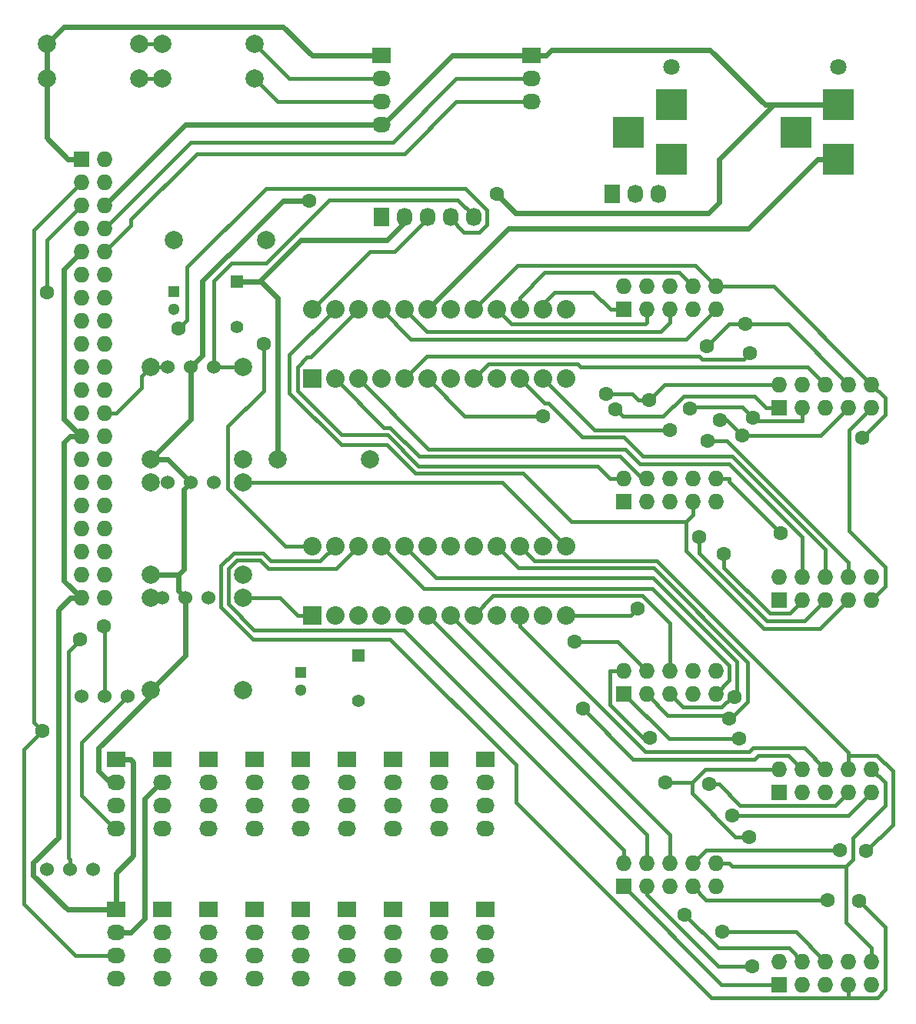
<source format=gbr>
G04 #@! TF.FileFunction,Copper,L2,Bot,Signal*
%FSLAX46Y46*%
G04 Gerber Fmt 4.6, Leading zero omitted, Abs format (unit mm)*
G04 Created by KiCad (PCBNEW 4.0.2-stable) date 13/08/2016 22:29:21*
%MOMM*%
G01*
G04 APERTURE LIST*
%ADD10C,0.100000*%
%ADD11R,1.300000X1.300000*%
%ADD12C,1.300000*%
%ADD13R,1.400000X1.400000*%
%ADD14C,1.400000*%
%ADD15R,3.500120X3.500120*%
%ADD16C,1.800000*%
%ADD17R,2.032000X1.727200*%
%ADD18O,2.032000X1.727200*%
%ADD19R,1.727200X2.032000*%
%ADD20O,1.727200X2.032000*%
%ADD21R,1.727200X1.727200*%
%ADD22O,1.727200X1.727200*%
%ADD23C,1.998980*%
%ADD24R,2.032000X2.032000*%
%ADD25C,2.032000*%
%ADD26C,1.524000*%
%ADD27C,1.600000*%
%ADD28C,0.600000*%
%ADD29C,0.400000*%
G04 APERTURE END LIST*
D10*
D11*
X29210000Y-118650000D03*
D12*
X29210000Y-120650000D03*
D13*
X36195000Y-117555000D03*
D14*
X36195000Y-122555000D03*
D13*
X49530000Y-158750000D03*
D14*
X49530000Y-163750000D03*
D15*
X102423000Y-104148140D03*
X102423000Y-98148660D03*
X97724000Y-101148400D03*
D16*
X102423000Y-93948000D03*
D15*
X84008000Y-104148140D03*
X84008000Y-98148660D03*
X79309000Y-101148400D03*
D16*
X84008000Y-93948000D03*
D17*
X22860000Y-186690000D03*
D18*
X22860000Y-189230000D03*
X22860000Y-191770000D03*
X22860000Y-194310000D03*
D17*
X22860000Y-170180000D03*
D18*
X22860000Y-172720000D03*
X22860000Y-175260000D03*
X22860000Y-177800000D03*
D17*
X27940000Y-186690000D03*
D18*
X27940000Y-189230000D03*
X27940000Y-191770000D03*
X27940000Y-194310000D03*
D17*
X27940000Y-170180000D03*
D18*
X27940000Y-172720000D03*
X27940000Y-175260000D03*
X27940000Y-177800000D03*
D17*
X33020000Y-186690000D03*
D18*
X33020000Y-189230000D03*
X33020000Y-191770000D03*
X33020000Y-194310000D03*
D17*
X33020000Y-170180000D03*
D18*
X33020000Y-172720000D03*
X33020000Y-175260000D03*
X33020000Y-177800000D03*
D17*
X38100000Y-186690000D03*
D18*
X38100000Y-189230000D03*
X38100000Y-191770000D03*
X38100000Y-194310000D03*
D17*
X38100000Y-170180000D03*
D18*
X38100000Y-172720000D03*
X38100000Y-175260000D03*
X38100000Y-177800000D03*
D17*
X43180000Y-186690000D03*
D18*
X43180000Y-189230000D03*
X43180000Y-191770000D03*
X43180000Y-194310000D03*
D17*
X43180000Y-170180000D03*
D18*
X43180000Y-172720000D03*
X43180000Y-175260000D03*
X43180000Y-177800000D03*
D17*
X48260000Y-186690000D03*
D18*
X48260000Y-189230000D03*
X48260000Y-191770000D03*
X48260000Y-194310000D03*
D17*
X48260000Y-170180000D03*
D18*
X48260000Y-172720000D03*
X48260000Y-175260000D03*
X48260000Y-177800000D03*
D17*
X53340000Y-186690000D03*
D18*
X53340000Y-189230000D03*
X53340000Y-191770000D03*
X53340000Y-194310000D03*
D17*
X53340000Y-170180000D03*
D18*
X53340000Y-172720000D03*
X53340000Y-175260000D03*
X53340000Y-177800000D03*
D17*
X58420000Y-186690000D03*
D18*
X58420000Y-189230000D03*
X58420000Y-191770000D03*
X58420000Y-194310000D03*
D17*
X58420000Y-170180000D03*
D18*
X58420000Y-172720000D03*
X58420000Y-175260000D03*
X58420000Y-177800000D03*
D17*
X63500000Y-186690000D03*
D18*
X63500000Y-189230000D03*
X63500000Y-191770000D03*
X63500000Y-194310000D03*
D17*
X63500000Y-170180000D03*
D18*
X63500000Y-172720000D03*
X63500000Y-175260000D03*
X63500000Y-177800000D03*
D19*
X52070000Y-110490000D03*
D20*
X54610000Y-110490000D03*
X57150000Y-110490000D03*
X59690000Y-110490000D03*
X62230000Y-110490000D03*
D21*
X95885000Y-194945000D03*
D22*
X95885000Y-192405000D03*
X98425000Y-194945000D03*
X98425000Y-192405000D03*
X100965000Y-194945000D03*
X100965000Y-192405000D03*
X103505000Y-194945000D03*
X103505000Y-192405000D03*
X106045000Y-194945000D03*
X106045000Y-192405000D03*
D21*
X78740000Y-184150000D03*
D22*
X78740000Y-181610000D03*
X81280000Y-184150000D03*
X81280000Y-181610000D03*
X83820000Y-184150000D03*
X83820000Y-181610000D03*
X86360000Y-184150000D03*
X86360000Y-181610000D03*
X88900000Y-184150000D03*
X88900000Y-181610000D03*
D21*
X95885000Y-173778000D03*
D22*
X95885000Y-171238000D03*
X98425000Y-173778000D03*
X98425000Y-171238000D03*
X100965000Y-173778000D03*
X100965000Y-171238000D03*
X103505000Y-173778000D03*
X103505000Y-171238000D03*
X106045000Y-173778000D03*
X106045000Y-171238000D03*
D21*
X78740000Y-162983000D03*
D22*
X78740000Y-160443000D03*
X81280000Y-162983000D03*
X81280000Y-160443000D03*
X83820000Y-162983000D03*
X83820000Y-160443000D03*
X86360000Y-162983000D03*
X86360000Y-160443000D03*
X88900000Y-162983000D03*
X88900000Y-160443000D03*
D21*
X78740000Y-141817000D03*
D22*
X78740000Y-139277000D03*
X81280000Y-141817000D03*
X81280000Y-139277000D03*
X83820000Y-141817000D03*
X83820000Y-139277000D03*
X86360000Y-141817000D03*
X86360000Y-139277000D03*
X88900000Y-141817000D03*
X88900000Y-139277000D03*
D21*
X78752400Y-120650000D03*
D22*
X78752400Y-118110000D03*
X81292400Y-120650000D03*
X81292400Y-118110000D03*
X83832400Y-120650000D03*
X83832400Y-118110000D03*
X86372400Y-120650000D03*
X86372400Y-118110000D03*
X88912400Y-120650000D03*
X88912400Y-118110000D03*
D21*
X95885000Y-152612000D03*
D22*
X95885000Y-150072000D03*
X98425000Y-152612000D03*
X98425000Y-150072000D03*
X100965000Y-152612000D03*
X100965000Y-150072000D03*
X103505000Y-152612000D03*
X103505000Y-150072000D03*
X106045000Y-152612000D03*
X106045000Y-150072000D03*
D21*
X95885000Y-131445000D03*
D22*
X95885000Y-128905000D03*
X98425000Y-131445000D03*
X98425000Y-128905000D03*
X100965000Y-131445000D03*
X100965000Y-128905000D03*
X103505000Y-131445000D03*
X103505000Y-128905000D03*
X106045000Y-131445000D03*
X106045000Y-128905000D03*
D19*
X77470000Y-107950000D03*
D20*
X80010000Y-107950000D03*
X82550000Y-107950000D03*
D17*
X68580000Y-92710000D03*
D18*
X68580000Y-95250000D03*
X68580000Y-97790000D03*
D17*
X52070000Y-92710000D03*
D18*
X52070000Y-95250000D03*
X52070000Y-97790000D03*
X52070000Y-100330000D03*
D23*
X26670000Y-137160000D03*
X26670000Y-127000000D03*
X36830000Y-137160000D03*
X36830000Y-127000000D03*
X26670000Y-149860000D03*
X26670000Y-139700000D03*
X36830000Y-149860000D03*
X36830000Y-139700000D03*
X26670000Y-162560000D03*
X26670000Y-152400000D03*
X36830000Y-162560000D03*
X36830000Y-152400000D03*
X40640000Y-137160000D03*
X50800000Y-137160000D03*
X29210000Y-113030000D03*
X39370000Y-113030000D03*
X25400000Y-95250000D03*
X15240000Y-95250000D03*
X38100000Y-95250000D03*
X27940000Y-95250000D03*
X25400000Y-91440000D03*
X15240000Y-91440000D03*
X38100000Y-91440000D03*
X27940000Y-91440000D03*
D21*
X19050000Y-104140000D03*
D22*
X21590000Y-104140000D03*
X19050000Y-106680000D03*
X21590000Y-106680000D03*
X19050000Y-109220000D03*
X21590000Y-109220000D03*
X19050000Y-111760000D03*
X21590000Y-111760000D03*
X19050000Y-114300000D03*
X21590000Y-114300000D03*
X19050000Y-116840000D03*
X21590000Y-116840000D03*
X19050000Y-119380000D03*
X21590000Y-119380000D03*
X19050000Y-121920000D03*
X21590000Y-121920000D03*
X19050000Y-124460000D03*
X21590000Y-124460000D03*
X19050000Y-127000000D03*
X21590000Y-127000000D03*
X19050000Y-129540000D03*
X21590000Y-129540000D03*
X19050000Y-132080000D03*
X21590000Y-132080000D03*
X19050000Y-134620000D03*
X21590000Y-134620000D03*
X19050000Y-137160000D03*
X21590000Y-137160000D03*
X19050000Y-139700000D03*
X21590000Y-139700000D03*
X19050000Y-142240000D03*
X21590000Y-142240000D03*
X19050000Y-144780000D03*
X21590000Y-144780000D03*
X19050000Y-147320000D03*
X21590000Y-147320000D03*
X19050000Y-149860000D03*
X21590000Y-149860000D03*
X19050000Y-152400000D03*
X21590000Y-152400000D03*
D24*
X44450000Y-154305000D03*
D25*
X46990000Y-154305000D03*
X49530000Y-154305000D03*
X52070000Y-154305000D03*
X54610000Y-154305000D03*
X57150000Y-154305000D03*
X59690000Y-154305000D03*
X62230000Y-154305000D03*
X64770000Y-154305000D03*
X67310000Y-154305000D03*
X69850000Y-154305000D03*
X72390000Y-154305000D03*
X72390000Y-146685000D03*
X69850000Y-146685000D03*
X67310000Y-146685000D03*
X64770000Y-146685000D03*
X62230000Y-146685000D03*
X59690000Y-146685000D03*
X57150000Y-146685000D03*
X54610000Y-146685000D03*
X52070000Y-146685000D03*
X49530000Y-146685000D03*
X46990000Y-146685000D03*
X44450000Y-146685000D03*
D24*
X44450000Y-128270000D03*
D25*
X46990000Y-128270000D03*
X49530000Y-128270000D03*
X52070000Y-128270000D03*
X54610000Y-128270000D03*
X57150000Y-128270000D03*
X59690000Y-128270000D03*
X62230000Y-128270000D03*
X64770000Y-128270000D03*
X67310000Y-128270000D03*
X69850000Y-128270000D03*
X72390000Y-128270000D03*
X72390000Y-120650000D03*
X69850000Y-120650000D03*
X67310000Y-120650000D03*
X64770000Y-120650000D03*
X62230000Y-120650000D03*
X59690000Y-120650000D03*
X57150000Y-120650000D03*
X54610000Y-120650000D03*
X52070000Y-120650000D03*
X49530000Y-120650000D03*
X46990000Y-120650000D03*
X44450000Y-120650000D03*
D11*
X43180000Y-160560000D03*
D12*
X43180000Y-162560000D03*
D26*
X17780000Y-182245000D03*
X20320000Y-182245000D03*
X15240000Y-182245000D03*
X21590000Y-163195000D03*
X24130000Y-163195000D03*
X19050000Y-163195000D03*
X31115000Y-127000000D03*
X28575000Y-127000000D03*
X33655000Y-127000000D03*
X31115000Y-139700000D03*
X28575000Y-139700000D03*
X33655000Y-139700000D03*
X30480000Y-152400000D03*
X27940000Y-152400000D03*
X33020000Y-152400000D03*
D27*
X64770000Y-107950000D03*
X44155600Y-108717900D03*
X14735020Y-167005000D03*
X15240000Y-118745000D03*
X29782500Y-122743200D03*
X80248400Y-153559500D03*
X91432100Y-167912500D03*
X83312400Y-172722600D03*
X92582400Y-178707800D03*
X81610100Y-167773800D03*
X92888700Y-192962200D03*
X90380100Y-165665200D03*
X85469400Y-187252700D03*
X90970700Y-163274900D03*
X89621700Y-189148200D03*
X88143400Y-172896100D03*
X101183600Y-185626200D03*
X104655300Y-185766300D03*
X105455700Y-180224300D03*
X102577500Y-180128900D03*
X90685300Y-176337500D03*
X74236900Y-164606500D03*
X73383300Y-157231000D03*
X77848543Y-131626543D03*
X76809391Y-129917681D03*
X81531100Y-130659800D03*
X89807900Y-147594200D03*
X86039900Y-131595100D03*
X92991500Y-132595700D03*
X87059300Y-145676700D03*
X83820000Y-133930700D03*
X91832400Y-134544600D03*
X89307000Y-132818200D03*
X92108000Y-122278000D03*
X88005900Y-135077700D03*
X87941300Y-124730200D03*
X104969000Y-134780500D03*
X96075800Y-145303800D03*
X69850000Y-132368900D03*
X92673800Y-125444100D03*
X18905784Y-156989227D03*
X21552543Y-155537529D03*
X39115000Y-124473400D03*
D28*
X40640000Y-137160000D02*
X40640000Y-119380000D01*
X40640000Y-119380000D02*
X38815000Y-117555000D01*
X38815000Y-117555000D02*
X37495000Y-117555000D01*
X38655000Y-117555000D02*
X37495000Y-117555000D01*
X43180000Y-113030000D02*
X38655000Y-117555000D01*
X52669600Y-113030000D02*
X43180000Y-113030000D01*
X54610000Y-111090000D02*
X52669600Y-113030000D01*
X54610000Y-110490000D02*
X54610000Y-111090000D01*
X37495000Y-117555000D02*
X36195000Y-117555000D01*
X102423000Y-104148000D02*
X102422900Y-104148000D01*
X66040000Y-111760000D02*
X57150000Y-120650000D01*
X92461400Y-111760000D02*
X66040000Y-111760000D01*
X100073000Y-104148000D02*
X92461400Y-111760000D01*
X102422900Y-104148000D02*
X100073000Y-104148000D01*
X102422900Y-104148000D02*
X102423000Y-104148100D01*
X19050000Y-152400000D02*
X17828686Y-152400000D01*
X16510000Y-178811238D02*
X13777999Y-181543239D01*
X17828686Y-152400000D02*
X16510000Y-153718686D01*
X16510000Y-153718686D02*
X16510000Y-178811238D01*
X17521238Y-186690000D02*
X22860000Y-186690000D01*
X13777999Y-181543239D02*
X13777999Y-182946761D01*
X13777999Y-182946761D02*
X17521238Y-186690000D01*
X22860000Y-182686000D02*
X22860000Y-186690000D01*
X88100000Y-110020000D02*
X89259000Y-108861000D01*
X89259000Y-108861000D02*
X89259000Y-104140000D01*
X95250000Y-98149000D02*
X94339000Y-98149000D01*
X94339000Y-98149000D02*
X88265000Y-92075000D01*
X102422700Y-98149000D02*
X95250000Y-98149000D01*
X89259000Y-104140000D02*
X95250000Y-98149000D01*
X88100000Y-110020000D02*
X66840000Y-110020000D01*
X66840000Y-110020000D02*
X64770000Y-107950000D01*
X70831000Y-92075000D02*
X88265000Y-92075000D01*
X68580000Y-92710000D02*
X70196000Y-92710000D01*
X70196000Y-92710000D02*
X70831000Y-92075000D01*
X22860000Y-170180000D02*
X24476000Y-170180000D01*
X24476000Y-170180000D02*
X24765000Y-170469000D01*
X24765000Y-170469000D02*
X24765000Y-180781000D01*
X24765000Y-180781000D02*
X22860000Y-182686000D01*
X19050000Y-134620000D02*
X17145000Y-132715000D01*
X17145000Y-132715000D02*
X17145000Y-116205000D01*
X17145000Y-116205000D02*
X19050000Y-114300000D01*
X19050000Y-134620000D02*
X17828700Y-134620000D01*
X17828700Y-134620000D02*
X17145000Y-135303700D01*
X17145000Y-135303700D02*
X17145000Y-150494600D01*
X17145000Y-150494600D02*
X17486400Y-150836000D01*
X52222400Y-100330000D02*
X52070000Y-100330000D01*
X59842400Y-92710000D02*
X52222400Y-100330000D01*
X68580000Y-92710000D02*
X59842400Y-92710000D01*
X30480000Y-100330000D02*
X21590000Y-109220000D01*
X52070000Y-100330000D02*
X30480000Y-100330000D01*
X63500000Y-170180000D02*
X63347600Y-170180000D01*
X17486400Y-150836000D02*
X19050000Y-152400000D01*
X102423000Y-98149000D02*
X102422700Y-98149000D01*
X102422700Y-98149000D02*
X102423000Y-98148700D01*
X22860000Y-189230000D02*
X24476000Y-189230000D01*
X24476000Y-189230000D02*
X26035000Y-187671000D01*
X26035000Y-187671000D02*
X26035000Y-174472600D01*
X26035000Y-174472600D02*
X27787600Y-172720000D01*
X27787600Y-172720000D02*
X27940000Y-172720000D01*
X26670000Y-162560000D02*
X26670000Y-163195000D01*
X26670000Y-163195000D02*
X20955000Y-168910000D01*
X20955000Y-168910000D02*
X20955000Y-171450000D01*
X20955000Y-171450000D02*
X22225000Y-172720000D01*
X22225000Y-172720000D02*
X22860000Y-172720000D01*
X30480000Y-152400000D02*
X30480000Y-158750000D01*
X30480000Y-158750000D02*
X26670000Y-162560000D01*
X30480000Y-152400000D02*
X30480000Y-153477630D01*
X29716600Y-149860000D02*
X29716600Y-151636600D01*
X29716600Y-151636600D02*
X30480000Y-152400000D01*
X32385000Y-117472193D02*
X32385000Y-125730000D01*
X32385000Y-125730000D02*
X31115000Y-127000000D01*
X31115000Y-127000000D02*
X31115000Y-132715000D01*
X31115000Y-132715000D02*
X26670000Y-137160000D01*
X35187204Y-114669989D02*
X35282811Y-114669989D01*
X32385000Y-117472193D02*
X35187204Y-114669989D01*
X35282811Y-114669989D02*
X41234900Y-108717900D01*
X41234900Y-108717900D02*
X44155600Y-108717900D01*
X31115000Y-139700000D02*
X30353001Y-140461999D01*
X30353001Y-140461999D02*
X30353001Y-149223599D01*
X30353001Y-149223599D02*
X29716600Y-149860000D01*
X31115000Y-139700000D02*
X28575000Y-137160000D01*
X28575000Y-137160000D02*
X26670000Y-137160000D01*
X27940000Y-149860000D02*
X26670000Y-149860000D01*
X29716600Y-149860000D02*
X27940000Y-149860000D01*
X17145000Y-89535000D02*
X15240000Y-91440000D01*
X41275000Y-89535000D02*
X17145000Y-89535000D01*
X44450000Y-92710000D02*
X41275000Y-89535000D01*
X52070000Y-92710000D02*
X44450000Y-92710000D01*
X17586400Y-104140000D02*
X19050000Y-104140000D01*
X15240000Y-101794000D02*
X17586400Y-104140000D01*
X15240000Y-95250000D02*
X15240000Y-101794000D01*
X15240000Y-91440000D02*
X15240000Y-95250000D01*
X63500000Y-172720000D02*
X63652400Y-172720000D01*
X64135000Y-189230000D02*
X63500000Y-189230000D01*
D29*
X13839999Y-166109979D02*
X14735020Y-167005000D01*
X13839999Y-111890001D02*
X13839999Y-166109979D01*
X19050000Y-106680000D02*
X13839999Y-111890001D01*
X12700000Y-169040020D02*
X14735020Y-167005000D01*
X18415000Y-191770000D02*
X12700000Y-186055000D01*
X22860000Y-191770000D02*
X18415000Y-191770000D01*
X12700000Y-186055000D02*
X12700000Y-169040020D01*
X22860000Y-175260000D02*
X22707600Y-175260000D01*
X15240000Y-113030000D02*
X19050000Y-109220000D01*
X15240000Y-118745000D02*
X15240000Y-113030000D01*
X21590000Y-114300000D02*
X24500000Y-111390000D01*
X24500000Y-111390000D02*
X24500000Y-110755000D01*
X24500000Y-110755000D02*
X31750000Y-103505000D01*
X54607200Y-103505000D02*
X60322200Y-97790000D01*
X31750000Y-103505000D02*
X54607200Y-103505000D01*
X60322200Y-97790000D02*
X68580000Y-97790000D01*
X68580000Y-95250000D02*
X60325000Y-95250000D01*
X60325000Y-95250000D02*
X53340000Y-102235000D01*
X53340000Y-102235000D02*
X31115000Y-102235000D01*
X31115000Y-102235000D02*
X21590000Y-111760000D01*
X41910000Y-95250000D02*
X38100000Y-91440000D01*
X52070000Y-95250000D02*
X41910000Y-95250000D01*
X40640000Y-97790000D02*
X52070000Y-97790000D01*
X38100000Y-95250000D02*
X40640000Y-97790000D01*
X27940000Y-95250000D02*
X25400000Y-95250000D01*
X25400000Y-91440000D02*
X27940000Y-91440000D01*
X22860000Y-194310000D02*
X22707600Y-194310000D01*
X24130000Y-163195000D02*
X19050000Y-168275000D01*
X19050000Y-168275000D02*
X19050000Y-174142400D01*
X19050000Y-174142400D02*
X22707600Y-177800000D01*
X22707600Y-177800000D02*
X22860000Y-177800000D01*
X57150000Y-110642000D02*
X57150000Y-110490000D01*
X53492400Y-114300000D02*
X57150000Y-110642000D01*
X50800000Y-114300000D02*
X53492400Y-114300000D01*
X44450000Y-120650000D02*
X50800000Y-114300000D01*
X59690000Y-110490000D02*
X59690000Y-110642400D01*
X59690000Y-110642400D02*
X61193100Y-112145500D01*
X30689500Y-115995500D02*
X30689500Y-121836200D01*
X61193100Y-112145500D02*
X62873400Y-112145500D01*
X62873400Y-112145500D02*
X63723100Y-111295800D01*
X63723100Y-111295800D02*
X63723100Y-109720300D01*
X63723100Y-109720300D02*
X61317600Y-107314800D01*
X61317600Y-107314800D02*
X39370200Y-107314800D01*
X39370200Y-107314800D02*
X30689500Y-115995500D01*
X30689500Y-121836200D02*
X29782500Y-122743200D01*
X65405000Y-139700000D02*
X36830000Y-139700000D01*
X72390000Y-146685000D02*
X65405000Y-139700000D01*
X33655000Y-127000000D02*
X36830000Y-127000000D01*
X62230000Y-110490000D02*
X62230000Y-110338000D01*
X46352200Y-108585000D02*
X39367200Y-115570000D01*
X62230000Y-110338000D02*
X60477000Y-108585000D01*
X60477000Y-108585000D02*
X46352200Y-108585000D01*
X39367200Y-115570000D02*
X35560000Y-115570000D01*
X35560000Y-115570000D02*
X33655000Y-117475000D01*
X33655000Y-117475000D02*
X33655000Y-127000000D01*
X79502900Y-154305000D02*
X80248400Y-153559500D01*
X72390000Y-154305000D02*
X79502900Y-154305000D01*
X78799600Y-162983000D02*
X78740000Y-162983000D01*
X83729100Y-167912500D02*
X78799600Y-162983000D01*
X91432100Y-167912500D02*
X83729100Y-167912500D01*
X89535000Y-194945000D02*
X95885000Y-194945000D01*
X78740000Y-184150000D02*
X89535000Y-194945000D01*
X54515300Y-155921400D02*
X78740000Y-180146100D01*
X38058100Y-155921400D02*
X54515300Y-155921400D01*
X35219200Y-153082500D02*
X38058100Y-155921400D01*
X35219200Y-149197000D02*
X35219200Y-153082500D01*
X36180100Y-148236100D02*
X35219200Y-149197000D01*
X38694300Y-148236100D02*
X36180100Y-148236100D01*
X39616000Y-149157800D02*
X38694300Y-148236100D01*
X47057200Y-149157800D02*
X39616000Y-149157800D01*
X49530000Y-146685000D02*
X47057200Y-149157800D01*
X78740000Y-181610000D02*
X78740000Y-180146100D01*
X95885000Y-171238000D02*
X87760600Y-171238000D01*
X86276000Y-172722600D02*
X83312400Y-172722600D01*
X86276000Y-172722600D02*
X87760600Y-171238000D01*
X77276100Y-164129500D02*
X77276100Y-160443000D01*
X80920400Y-167773800D02*
X77276100Y-164129500D01*
X81610100Y-167773800D02*
X80920400Y-167773800D01*
X78740000Y-160443000D02*
X77276100Y-160443000D01*
X91075400Y-178707800D02*
X92582400Y-178707800D01*
X86276000Y-173908400D02*
X91075400Y-178707800D01*
X86276000Y-172722600D02*
X86276000Y-173908400D01*
X90380100Y-165317100D02*
X90380100Y-165665200D01*
X83614100Y-165317100D02*
X90380100Y-165317100D01*
X81280000Y-162983000D02*
X83614100Y-165317100D01*
X67193800Y-149108800D02*
X64770000Y-146685000D01*
X82034400Y-149108800D02*
X67193800Y-149108800D01*
X92418800Y-159493200D02*
X82034400Y-149108800D01*
X92418800Y-163809300D02*
X92418800Y-159493200D01*
X90911000Y-165317100D02*
X92418800Y-163809300D01*
X90380100Y-165317100D02*
X90911000Y-165317100D01*
X81280000Y-185050300D02*
X81280000Y-184150000D01*
X89191900Y-192962200D02*
X81280000Y-185050300D01*
X92888700Y-192962200D02*
X89191900Y-192962200D01*
X89157800Y-190941100D02*
X85469400Y-187252700D01*
X96961100Y-190941100D02*
X89157800Y-190941100D01*
X98425000Y-192405000D02*
X96961100Y-190941100D01*
X90721000Y-163274900D02*
X90970700Y-163274900D01*
X89546500Y-164449400D02*
X90721000Y-163274900D01*
X85286400Y-164449400D02*
X89546500Y-164449400D01*
X83820000Y-162983000D02*
X85286400Y-164449400D01*
X58116800Y-150191800D02*
X54610000Y-146685000D01*
X81974000Y-150191800D02*
X58116800Y-150191800D01*
X91209600Y-159427400D02*
X81974000Y-150191800D01*
X91209600Y-163036000D02*
X91209600Y-159427400D01*
X90970700Y-163274900D02*
X91209600Y-163036000D01*
X97708200Y-189148200D02*
X89621700Y-189148200D01*
X100965000Y-192405000D02*
X97708200Y-189148200D01*
X103505000Y-194945000D02*
X103505000Y-196408900D01*
X87836200Y-185626200D02*
X101183600Y-185626200D01*
X86360000Y-184150000D02*
X87836200Y-185626200D01*
X88390800Y-196408900D02*
X103505000Y-196408900D01*
X66868400Y-174886500D02*
X88390800Y-196408900D01*
X66868400Y-170770900D02*
X66868400Y-174886500D01*
X53064000Y-156966500D02*
X66868400Y-170770900D01*
X37971300Y-156966500D02*
X53064000Y-156966500D01*
X34418800Y-153414000D02*
X37971300Y-156966500D01*
X34418800Y-148865500D02*
X34418800Y-153414000D01*
X35848600Y-147435700D02*
X34418800Y-148865500D01*
X39025800Y-147435700D02*
X35848600Y-147435700D01*
X39936200Y-148346100D02*
X39025800Y-147435700D01*
X45328900Y-148346100D02*
X39936200Y-148346100D01*
X46990000Y-146685000D02*
X45328900Y-148346100D01*
X107556400Y-188667400D02*
X104655300Y-185766300D01*
X107556400Y-195518000D02*
X107556400Y-188667400D01*
X106665500Y-196408900D02*
X107556400Y-195518000D01*
X103505000Y-196408900D02*
X106665500Y-196408900D01*
X89224200Y-172896100D02*
X88143400Y-172896100D01*
X91570100Y-175242000D02*
X89224200Y-172896100D01*
X102041000Y-175242000D02*
X91570100Y-175242000D01*
X103505000Y-173778000D02*
X102041000Y-175242000D01*
X103505000Y-171238000D02*
X103505000Y-169733600D01*
X106649200Y-169733600D02*
X103505000Y-169733600D01*
X108355200Y-171439600D02*
X106649200Y-169733600D01*
X108355200Y-177324800D02*
X108355200Y-171439600D01*
X105455700Y-180224300D02*
X108355200Y-177324800D01*
X68926300Y-148301300D02*
X67310000Y-146685000D01*
X82393200Y-148301300D02*
X68926300Y-148301300D01*
X103505000Y-169413100D02*
X82393200Y-148301300D01*
X103505000Y-169733600D02*
X103505000Y-169413100D01*
X87841100Y-180128900D02*
X102577500Y-180128900D01*
X86360000Y-181610000D02*
X87841100Y-180128900D01*
X90400600Y-161482400D02*
X88900000Y-162983000D01*
X90400600Y-159817400D02*
X90400600Y-161482400D01*
X81932900Y-151349700D02*
X90400600Y-159817400D01*
X56734700Y-151349700D02*
X81932900Y-151349700D01*
X52070000Y-146685000D02*
X56734700Y-151349700D01*
X103485500Y-176337500D02*
X90685300Y-176337500D01*
X106045000Y-173778000D02*
X103485500Y-176337500D01*
X106045000Y-192405000D02*
X106045000Y-190941100D01*
X103231200Y-188127300D02*
X106045000Y-190941100D01*
X103231200Y-181906200D02*
X103231200Y-188127300D01*
X90660100Y-181906200D02*
X103231200Y-181906200D01*
X90363900Y-181610000D02*
X90660100Y-181906200D01*
X107554900Y-172747900D02*
X106045000Y-171238000D01*
X107554900Y-175225400D02*
X107554900Y-172747900D01*
X103977800Y-178802500D02*
X107554900Y-175225400D01*
X103977800Y-181159600D02*
X103977800Y-178802500D01*
X103231200Y-181906200D02*
X103977800Y-181159600D01*
X88900000Y-181610000D02*
X90363900Y-181610000D01*
X81280000Y-181610000D02*
X81280000Y-178435000D01*
X81280000Y-178435000D02*
X57150000Y-154305000D01*
X83820000Y-181610000D02*
X83820000Y-178435000D01*
X83820000Y-178435000D02*
X59690000Y-154305000D01*
X96922600Y-169735600D02*
X98425000Y-171238000D01*
X93564100Y-169735600D02*
X96922600Y-169735600D01*
X93170200Y-170129500D02*
X93564100Y-169735600D01*
X79759900Y-170129500D02*
X93170200Y-170129500D01*
X74236900Y-164606500D02*
X79759900Y-170129500D01*
X98656600Y-168929600D02*
X100965000Y-171238000D01*
X92983100Y-168929600D02*
X98656600Y-168929600D01*
X92599800Y-169312900D02*
X92983100Y-168929600D01*
X81092700Y-169312900D02*
X92599800Y-169312900D01*
X67310000Y-155530200D02*
X81092700Y-169312900D01*
X67310000Y-154305000D02*
X67310000Y-155530200D01*
X78068000Y-157231000D02*
X81280000Y-160443000D01*
X73383300Y-157231000D02*
X78068000Y-157231000D01*
X83820000Y-160443000D02*
X83820000Y-155150800D01*
X64375900Y-152159100D02*
X62230000Y-154305000D01*
X80828300Y-152159100D02*
X64375900Y-152159100D01*
X83820000Y-155150800D02*
X80828300Y-152159100D01*
X78752400Y-120650000D02*
X77288500Y-120650000D01*
X77288500Y-120650000D02*
X75383500Y-118745000D01*
X75383500Y-118745000D02*
X71120000Y-118745000D01*
X71120000Y-118745000D02*
X69850000Y-120015000D01*
X69850000Y-120015000D02*
X69850000Y-120650000D01*
X93170900Y-130194800D02*
X85344900Y-130194800D01*
X85344900Y-130194800D02*
X83113158Y-132426542D01*
X94421100Y-131445000D02*
X93170900Y-130194800D01*
X95885000Y-131445000D02*
X94421100Y-131445000D01*
X78648542Y-132426542D02*
X77848543Y-131626543D01*
X83113158Y-132426542D02*
X78648542Y-132426542D01*
X79657611Y-129917681D02*
X76809391Y-129917681D01*
X81531100Y-130659800D02*
X80399730Y-130659800D01*
X80399730Y-130659800D02*
X79657611Y-129917681D01*
X95885000Y-128905000D02*
X83285900Y-128905000D01*
X83285900Y-128905000D02*
X81531100Y-130659800D01*
X78740000Y-139277000D02*
X77276100Y-139277000D01*
X44267000Y-125913000D02*
X49530000Y-120650000D01*
X43908500Y-125913000D02*
X44267000Y-125913000D01*
X42833600Y-126987900D02*
X43908500Y-125913000D01*
X42833600Y-129587700D02*
X42833600Y-126987900D01*
X47699900Y-134454000D02*
X42833600Y-129587700D01*
X52731400Y-134454000D02*
X47699900Y-134454000D01*
X56147600Y-137870200D02*
X52731400Y-134454000D01*
X75869300Y-137870200D02*
X56147600Y-137870200D01*
X77276100Y-139277000D02*
X75869300Y-137870200D01*
X81292400Y-120650000D02*
X81292400Y-122113900D01*
X98425000Y-131445000D02*
X98425000Y-132908900D01*
X93304700Y-132908900D02*
X98425000Y-132908900D01*
X92991500Y-132595700D02*
X93304700Y-132908900D01*
X86265500Y-131369500D02*
X86039900Y-131595100D01*
X91765300Y-131369500D02*
X86265500Y-131369500D01*
X92991500Y-132595700D02*
X91765300Y-131369500D01*
X66394700Y-122274700D02*
X64770000Y-120650000D01*
X81131600Y-122274700D02*
X66394700Y-122274700D01*
X81292400Y-122113900D02*
X81131600Y-122274700D01*
X89807900Y-149113600D02*
X89807900Y-147594200D01*
X94809500Y-154115200D02*
X89807900Y-149113600D01*
X97051400Y-154115200D02*
X94809500Y-154115200D01*
X98425000Y-152741600D02*
X97051400Y-154115200D01*
X98425000Y-152612000D02*
X98425000Y-152741600D01*
X52373600Y-133653600D02*
X46990000Y-128270000D01*
X53062700Y-133653600D02*
X52373600Y-133653600D01*
X56233000Y-136823900D02*
X53062700Y-133653600D01*
X78357300Y-136823900D02*
X56233000Y-136823900D01*
X80810400Y-139277000D02*
X78357300Y-136823900D01*
X81280000Y-139277000D02*
X80810400Y-139277000D01*
X83832400Y-120650000D02*
X83832400Y-122113900D01*
X57058300Y-123098300D02*
X54610000Y-120650000D01*
X82848000Y-123098300D02*
X57058300Y-123098300D01*
X83832400Y-122113900D02*
X82848000Y-123098300D01*
X87059400Y-145676700D02*
X87059300Y-145676700D01*
X87059400Y-147496800D02*
X87059400Y-145676700D01*
X94478100Y-154915500D02*
X87059400Y-147496800D01*
X98661500Y-154915500D02*
X94478100Y-154915500D01*
X100965000Y-152612000D02*
X98661500Y-154915500D01*
X75510700Y-133930700D02*
X83820000Y-133930700D01*
X69850000Y-128270000D02*
X75510700Y-133930700D01*
X100405400Y-134544600D02*
X91832400Y-134544600D01*
X103505000Y-131445000D02*
X100405400Y-134544600D01*
X89307000Y-132818300D02*
X89307000Y-132818200D01*
X90106100Y-132818300D02*
X89307000Y-132818300D01*
X91832400Y-134544600D02*
X90106100Y-132818300D01*
X86360000Y-141817000D02*
X86360000Y-143280900D01*
X73010000Y-144007600D02*
X85633300Y-144007600D01*
X67672900Y-138670500D02*
X73010000Y-144007600D01*
X55816200Y-138670500D02*
X67672900Y-138670500D01*
X52682700Y-135537000D02*
X55816200Y-138670500D01*
X47651000Y-135537000D02*
X52682700Y-135537000D01*
X41966100Y-129852100D02*
X47651000Y-135537000D01*
X41966100Y-125673900D02*
X41966100Y-129852100D01*
X46990000Y-120650000D02*
X41966100Y-125673900D01*
X85633300Y-147211800D02*
X85633300Y-144007600D01*
X94199700Y-155778200D02*
X85633300Y-147211800D01*
X100338800Y-155778200D02*
X94199700Y-155778200D01*
X103505000Y-152612000D02*
X100338800Y-155778200D01*
X85633300Y-144007600D02*
X86360000Y-143280900D01*
X86372400Y-118110000D02*
X84871200Y-116608800D01*
X84871200Y-116608800D02*
X70081200Y-116608800D01*
X70081200Y-116608800D02*
X67310000Y-119380000D01*
X67310000Y-119380000D02*
X67310000Y-120650000D01*
X103505000Y-150072000D02*
X103505000Y-148489300D01*
X90093400Y-135077700D02*
X88005900Y-135077700D01*
X103505000Y-148489300D02*
X90093400Y-135077700D01*
X96878100Y-122278000D02*
X92108000Y-122278000D01*
X96878100Y-122278100D02*
X96878100Y-122278000D01*
X103505000Y-128905000D02*
X96878100Y-122278100D01*
X90393500Y-122278000D02*
X87941300Y-124730200D01*
X92108000Y-122278000D02*
X90393500Y-122278000D01*
X107521800Y-151135200D02*
X106045000Y-152612000D01*
X107521800Y-149024400D02*
X107521800Y-151135200D01*
X103560900Y-145063500D02*
X107521800Y-149024400D01*
X103560900Y-133929100D02*
X103560900Y-145063500D01*
X106045000Y-131445000D02*
X103560900Y-133929100D01*
X85644700Y-123917700D02*
X88912400Y-120650000D01*
X55337700Y-123917700D02*
X85644700Y-123917700D01*
X52070000Y-120650000D02*
X55337700Y-123917700D01*
X88912400Y-118110000D02*
X95250000Y-118110000D01*
X67085900Y-115794100D02*
X62230000Y-120650000D01*
X86596500Y-115794100D02*
X67085900Y-115794100D01*
X88912400Y-118110000D02*
X86596500Y-115794100D01*
X95250000Y-118110000D02*
X106045000Y-128905000D01*
X107542100Y-132207400D02*
X104969000Y-134780500D01*
X107542100Y-130402100D02*
X107542100Y-132207400D01*
X106045000Y-128905000D02*
X107542100Y-130402100D01*
X90363900Y-139591900D02*
X90363900Y-139277000D01*
X96075800Y-145303800D02*
X90363900Y-139591900D01*
X88900000Y-139277000D02*
X90363900Y-139277000D01*
X61248900Y-132368900D02*
X69850000Y-132368900D01*
X57150000Y-128270000D02*
X61248900Y-132368900D01*
X98425000Y-150072000D02*
X98425000Y-148608100D01*
X57283600Y-136023600D02*
X49530000Y-128270000D01*
X78928800Y-136023600D02*
X57283600Y-136023600D01*
X80526400Y-137621200D02*
X78928800Y-136023600D01*
X90373500Y-137621200D02*
X80526400Y-137621200D01*
X98424900Y-145672600D02*
X90373500Y-137621200D01*
X98424900Y-148608100D02*
X98424900Y-145672600D01*
X98425000Y-148608100D02*
X98424900Y-148608100D01*
X100965000Y-150072000D02*
X100965000Y-147081000D01*
X70008600Y-130968600D02*
X67310000Y-128270000D01*
X70430000Y-130968600D02*
X70008600Y-130968600D01*
X74192400Y-134731000D02*
X70430000Y-130968600D01*
X78767900Y-134731000D02*
X74192400Y-134731000D01*
X80857700Y-136820800D02*
X78767900Y-134731000D01*
X90704800Y-136820800D02*
X80857700Y-136820800D01*
X100965000Y-147081000D02*
X90704800Y-136820800D01*
X91987400Y-126130500D02*
X92673800Y-125444100D01*
X87361400Y-126130500D02*
X91987400Y-126130500D01*
X87018200Y-125787300D02*
X87361400Y-126130500D01*
X57092700Y-125787300D02*
X87018200Y-125787300D01*
X54610000Y-128270000D02*
X57092700Y-125787300D01*
X99019400Y-126959400D02*
X100965000Y-128905000D01*
X74034900Y-126959400D02*
X99019400Y-126959400D01*
X73721300Y-126645800D02*
X74034900Y-126959400D01*
X63854200Y-126645800D02*
X73721300Y-126645800D01*
X62230000Y-128270000D02*
X63854200Y-126645800D01*
X26670000Y-127000000D02*
X28575000Y-127000000D01*
X26670000Y-127000000D02*
X25670511Y-127999489D01*
X25670511Y-127999489D02*
X25670511Y-129269489D01*
X25670511Y-129269489D02*
X22860000Y-132080000D01*
X21590000Y-132080000D02*
X22860000Y-132080000D01*
X40928700Y-152400000D02*
X42833700Y-154305000D01*
X36830000Y-152400000D02*
X40928700Y-152400000D01*
X44450000Y-154305000D02*
X42833700Y-154305000D01*
X18105785Y-157789226D02*
X18905784Y-156989227D01*
X17615001Y-181002371D02*
X17615001Y-158280010D01*
X17780000Y-181167370D02*
X17615001Y-181002371D01*
X17615001Y-158280010D02*
X18105785Y-157789226D01*
X17780000Y-182245000D02*
X17780000Y-181167370D01*
X21590000Y-155574986D02*
X21552543Y-155537529D01*
X21590000Y-163195000D02*
X21590000Y-155574986D01*
X39114900Y-124473400D02*
X39115000Y-124473400D01*
X39114900Y-129589500D02*
X39114900Y-124473400D01*
X35197000Y-133507400D02*
X39114900Y-129589500D01*
X35197000Y-140353000D02*
X35197000Y-133507400D01*
X41529000Y-146685000D02*
X35197000Y-140353000D01*
X44450000Y-146685000D02*
X41529000Y-146685000D01*
M02*

</source>
